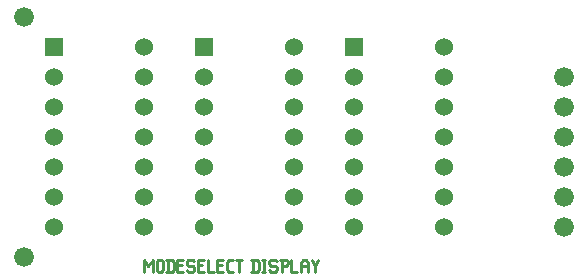
<source format=gbr>
G04 start of page 3 for group 1 idx 1 *
G04 Title: (unknown), ground *
G04 Creator: pcb 20140316 *
G04 CreationDate: Sat 19 Jun 2021 08:46:57 PM GMT UTC *
G04 For: steve *
G04 Format: Gerber/RS-274X *
G04 PCB-Dimensions (mil): 2000.00 1000.00 *
G04 PCB-Coordinate-Origin: lower left *
%MOIN*%
%FSLAX25Y25*%
%LNGROUP1*%
%ADD22C,0.0280*%
%ADD21C,0.0300*%
%ADD20C,0.0660*%
%ADD19C,0.0600*%
%ADD18C,0.0001*%
%ADD17C,0.0100*%
G54D17*X50000Y9000D02*Y5000D01*
Y9000D02*X51500Y7000D01*
X53000Y9000D01*
Y5000D01*
X54200Y8500D02*Y5500D01*
Y8500D02*X54700Y9000D01*
X55700D01*
X56200Y8500D01*
Y5500D01*
X55700Y5000D02*X56200Y5500D01*
X54700Y5000D02*X55700D01*
X54200Y5500D02*X54700Y5000D01*
X57900Y9000D02*Y5000D01*
X59200Y9000D02*X59900Y8300D01*
Y5700D01*
X59200Y5000D02*X59900Y5700D01*
X57400Y5000D02*X59200D01*
X57400Y9000D02*X59200D01*
X61100Y7200D02*X62600D01*
X61100Y5000D02*X63100D01*
X61100Y9000D02*Y5000D01*
Y9000D02*X63100D01*
X66300D02*X66800Y8500D01*
X64800Y9000D02*X66300D01*
X64300Y8500D02*X64800Y9000D01*
X64300Y8500D02*Y7500D01*
X64800Y7000D01*
X66300D01*
X66800Y6500D01*
Y5500D01*
X66300Y5000D02*X66800Y5500D01*
X64800Y5000D02*X66300D01*
X64300Y5500D02*X64800Y5000D01*
X68000Y7200D02*X69500D01*
X68000Y5000D02*X70000D01*
X68000Y9000D02*Y5000D01*
Y9000D02*X70000D01*
X71200D02*Y5000D01*
X73200D01*
X74400Y7200D02*X75900D01*
X74400Y5000D02*X76400D01*
X74400Y9000D02*Y5000D01*
Y9000D02*X76400D01*
X78300Y5000D02*X79600D01*
X77600Y5700D02*X78300Y5000D01*
X77600Y8300D02*Y5700D01*
Y8300D02*X78300Y9000D01*
X79600D01*
X80800D02*X82800D01*
X81800D02*Y5000D01*
X86300Y9000D02*Y5000D01*
X87600Y9000D02*X88300Y8300D01*
Y5700D01*
X87600Y5000D02*X88300Y5700D01*
X85800Y5000D02*X87600D01*
X85800Y9000D02*X87600D01*
X89500D02*X90500D01*
X90000D02*Y5000D01*
X89500D02*X90500D01*
X93700Y9000D02*X94200Y8500D01*
X92200Y9000D02*X93700D01*
X91700Y8500D02*X92200Y9000D01*
X91700Y8500D02*Y7500D01*
X92200Y7000D01*
X93700D01*
X94200Y6500D01*
Y5500D01*
X93700Y5000D02*X94200Y5500D01*
X92200Y5000D02*X93700D01*
X91700Y5500D02*X92200Y5000D01*
X95900Y9000D02*Y5000D01*
X95400Y9000D02*X97400D01*
X97900Y8500D01*
Y7500D01*
X97400Y7000D02*X97900Y7500D01*
X95900Y7000D02*X97400D01*
X99100Y9000D02*Y5000D01*
X101100D01*
X102300Y8000D02*Y5000D01*
Y8000D02*X103000Y9000D01*
X104100D01*
X104800Y8000D01*
Y5000D01*
X102300Y7000D02*X104800D01*
X106000Y9000D02*X107000Y7000D01*
X108000Y9000D01*
X107000Y7000D02*Y5000D01*
G54D18*G36*
X17000Y83000D02*Y77000D01*
X23000D01*
Y83000D01*
X17000D01*
G37*
G54D19*X20000Y70000D03*
Y60000D03*
X50000Y40000D03*
Y50000D03*
Y60000D03*
Y70000D03*
Y80000D03*
G54D18*G36*
X67000Y83000D02*Y77000D01*
X73000D01*
Y83000D01*
X67000D01*
G37*
G54D19*X70000Y70000D03*
Y60000D03*
Y50000D03*
Y40000D03*
Y30000D03*
Y20000D03*
X20000Y50000D03*
Y40000D03*
Y30000D03*
Y20000D03*
X50000D03*
Y30000D03*
X100000Y20000D03*
X150000D03*
X100000Y30000D03*
X150000D03*
Y40000D03*
X100000D03*
Y50000D03*
Y60000D03*
Y70000D03*
Y80000D03*
G54D18*G36*
X117000Y83000D02*Y77000D01*
X123000D01*
Y83000D01*
X117000D01*
G37*
G54D19*X120000Y70000D03*
Y60000D03*
Y50000D03*
X150000D03*
Y60000D03*
Y70000D03*
Y80000D03*
X120000Y40000D03*
Y30000D03*
Y20000D03*
G54D20*X10000Y90000D03*
X190000Y40000D03*
Y30000D03*
Y50000D03*
Y60000D03*
Y70000D03*
Y20000D03*
X10000Y10000D03*
G54D21*G54D22*M02*

</source>
